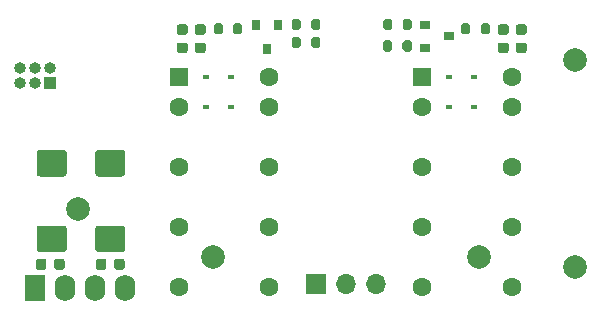
<source format=gbr>
%TF.GenerationSoftware,KiCad,Pcbnew,(5.1.10)-1*%
%TF.CreationDate,2022-01-17T02:00:54+07:00*%
%TF.ProjectId,Fan_controller_v3,46616e5f-636f-46e7-9472-6f6c6c65725f,rev?*%
%TF.SameCoordinates,Original*%
%TF.FileFunction,Soldermask,Bot*%
%TF.FilePolarity,Negative*%
%FSLAX46Y46*%
G04 Gerber Fmt 4.6, Leading zero omitted, Abs format (unit mm)*
G04 Created by KiCad (PCBNEW (5.1.10)-1) date 2022-01-17 02:00:54*
%MOMM*%
%LPD*%
G01*
G04 APERTURE LIST*
%ADD10O,1.000000X1.000000*%
%ADD11R,1.000000X1.000000*%
%ADD12C,2.000000*%
%ADD13R,0.900000X0.800000*%
%ADD14R,0.800000X0.900000*%
%ADD15R,1.600000X1.600000*%
%ADD16C,1.600000*%
%ADD17R,1.700000X1.700000*%
%ADD18O,1.700000X1.700000*%
%ADD19O,1.750000X2.250000*%
%ADD20R,1.750000X2.250000*%
%ADD21R,0.600000X0.450000*%
G04 APERTURE END LIST*
D10*
%TO.C,J2*%
X76251000Y-79680000D03*
X76251000Y-80950000D03*
X77521000Y-79680000D03*
X77521000Y-80950000D03*
X78791000Y-79680000D03*
D11*
X78791000Y-80950000D03*
%TD*%
D12*
%TO.C,C5*%
X115113000Y-95682000D03*
X92613000Y-95682000D03*
%TD*%
%TO.C,R15*%
G36*
G01*
X108617000Y-76272000D02*
X108617000Y-75722000D01*
G75*
G02*
X108817000Y-75522000I200000J0D01*
G01*
X109217000Y-75522000D01*
G75*
G02*
X109417000Y-75722000I0J-200000D01*
G01*
X109417000Y-76272000D01*
G75*
G02*
X109217000Y-76472000I-200000J0D01*
G01*
X108817000Y-76472000D01*
G75*
G02*
X108617000Y-76272000I0J200000D01*
G01*
G37*
G36*
G01*
X106967000Y-76272000D02*
X106967000Y-75722000D01*
G75*
G02*
X107167000Y-75522000I200000J0D01*
G01*
X107567000Y-75522000D01*
G75*
G02*
X107767000Y-75722000I0J-200000D01*
G01*
X107767000Y-76272000D01*
G75*
G02*
X107567000Y-76472000I-200000J0D01*
G01*
X107167000Y-76472000D01*
G75*
G02*
X106967000Y-76272000I0J200000D01*
G01*
G37*
%TD*%
%TO.C,R13*%
G36*
G01*
X108616000Y-78113500D02*
X108616000Y-77563500D01*
G75*
G02*
X108816000Y-77363500I200000J0D01*
G01*
X109216000Y-77363500D01*
G75*
G02*
X109416000Y-77563500I0J-200000D01*
G01*
X109416000Y-78113500D01*
G75*
G02*
X109216000Y-78313500I-200000J0D01*
G01*
X108816000Y-78313500D01*
G75*
G02*
X108616000Y-78113500I0J200000D01*
G01*
G37*
G36*
G01*
X106966000Y-78113500D02*
X106966000Y-77563500D01*
G75*
G02*
X107166000Y-77363500I200000J0D01*
G01*
X107566000Y-77363500D01*
G75*
G02*
X107766000Y-77563500I0J-200000D01*
G01*
X107766000Y-78113500D01*
G75*
G02*
X107566000Y-78313500I-200000J0D01*
G01*
X107166000Y-78313500D01*
G75*
G02*
X106966000Y-78113500I0J200000D01*
G01*
G37*
%TD*%
%TO.C,R3*%
G36*
G01*
X100019000Y-75722000D02*
X100019000Y-76272000D01*
G75*
G02*
X99819000Y-76472000I-200000J0D01*
G01*
X99419000Y-76472000D01*
G75*
G02*
X99219000Y-76272000I0J200000D01*
G01*
X99219000Y-75722000D01*
G75*
G02*
X99419000Y-75522000I200000J0D01*
G01*
X99819000Y-75522000D01*
G75*
G02*
X100019000Y-75722000I0J-200000D01*
G01*
G37*
G36*
G01*
X101669000Y-75722000D02*
X101669000Y-76272000D01*
G75*
G02*
X101469000Y-76472000I-200000J0D01*
G01*
X101069000Y-76472000D01*
G75*
G02*
X100869000Y-76272000I0J200000D01*
G01*
X100869000Y-75722000D01*
G75*
G02*
X101069000Y-75522000I200000J0D01*
G01*
X101469000Y-75522000D01*
G75*
G02*
X101669000Y-75722000I0J-200000D01*
G01*
G37*
%TD*%
%TO.C,R1*%
G36*
G01*
X100869000Y-77796000D02*
X100869000Y-77246000D01*
G75*
G02*
X101069000Y-77046000I200000J0D01*
G01*
X101469000Y-77046000D01*
G75*
G02*
X101669000Y-77246000I0J-200000D01*
G01*
X101669000Y-77796000D01*
G75*
G02*
X101469000Y-77996000I-200000J0D01*
G01*
X101069000Y-77996000D01*
G75*
G02*
X100869000Y-77796000I0J200000D01*
G01*
G37*
G36*
G01*
X99219000Y-77796000D02*
X99219000Y-77246000D01*
G75*
G02*
X99419000Y-77046000I200000J0D01*
G01*
X99819000Y-77046000D01*
G75*
G02*
X100019000Y-77246000I0J-200000D01*
G01*
X100019000Y-77796000D01*
G75*
G02*
X99819000Y-77996000I-200000J0D01*
G01*
X99419000Y-77996000D01*
G75*
G02*
X99219000Y-77796000I0J200000D01*
G01*
G37*
%TD*%
D13*
%TO.C,Q5*%
X112541000Y-77010500D03*
X110541000Y-76060500D03*
X110541000Y-77960500D03*
%TD*%
D14*
%TO.C,Q1*%
X97145000Y-78060500D03*
X98095000Y-76060500D03*
X96195000Y-76060500D03*
%TD*%
D15*
%TO.C,K2*%
X110287000Y-80442000D03*
D16*
X110287000Y-82982000D03*
X110287000Y-88062000D03*
X110287000Y-93142000D03*
X110287000Y-98222000D03*
X117907000Y-98222000D03*
X117907000Y-93142000D03*
X117907000Y-88062000D03*
X117907000Y-82982000D03*
X117907000Y-80442000D03*
%TD*%
D17*
%TO.C,J1*%
X101270000Y-97968000D03*
D18*
X103810000Y-97968000D03*
X106350000Y-97968000D03*
%TD*%
D12*
%TO.C,TP1*%
X81140500Y-91618000D03*
%TD*%
%TO.C,R17*%
G36*
G01*
X115221000Y-76653000D02*
X115221000Y-76103000D01*
G75*
G02*
X115421000Y-75903000I200000J0D01*
G01*
X115821000Y-75903000D01*
G75*
G02*
X116021000Y-76103000I0J-200000D01*
G01*
X116021000Y-76653000D01*
G75*
G02*
X115821000Y-76853000I-200000J0D01*
G01*
X115421000Y-76853000D01*
G75*
G02*
X115221000Y-76653000I0J200000D01*
G01*
G37*
G36*
G01*
X113571000Y-76653000D02*
X113571000Y-76103000D01*
G75*
G02*
X113771000Y-75903000I200000J0D01*
G01*
X114171000Y-75903000D01*
G75*
G02*
X114371000Y-76103000I0J-200000D01*
G01*
X114371000Y-76653000D01*
G75*
G02*
X114171000Y-76853000I-200000J0D01*
G01*
X113771000Y-76853000D01*
G75*
G02*
X113571000Y-76653000I0J200000D01*
G01*
G37*
%TD*%
%TO.C,R5*%
G36*
G01*
X93415000Y-76103000D02*
X93415000Y-76653000D01*
G75*
G02*
X93215000Y-76853000I-200000J0D01*
G01*
X92815000Y-76853000D01*
G75*
G02*
X92615000Y-76653000I0J200000D01*
G01*
X92615000Y-76103000D01*
G75*
G02*
X92815000Y-75903000I200000J0D01*
G01*
X93215000Y-75903000D01*
G75*
G02*
X93415000Y-76103000I0J-200000D01*
G01*
G37*
G36*
G01*
X95065000Y-76103000D02*
X95065000Y-76653000D01*
G75*
G02*
X94865000Y-76853000I-200000J0D01*
G01*
X94465000Y-76853000D01*
G75*
G02*
X94265000Y-76653000I0J200000D01*
G01*
X94265000Y-76103000D01*
G75*
G02*
X94465000Y-75903000I200000J0D01*
G01*
X94865000Y-75903000D01*
G75*
G02*
X95065000Y-76103000I0J-200000D01*
G01*
G37*
%TD*%
D19*
%TO.C,PS1*%
X85141000Y-98349000D03*
X82601000Y-98349000D03*
X80061000Y-98349000D03*
D20*
X77521000Y-98349000D03*
%TD*%
D16*
%TO.C,K1*%
X97333000Y-80442000D03*
X97333000Y-82982000D03*
X97333000Y-88062000D03*
X97333000Y-93142000D03*
X97333000Y-98222000D03*
X89713000Y-98222000D03*
X89713000Y-93142000D03*
X89713000Y-88062000D03*
X89713000Y-82982000D03*
D15*
X89713000Y-80442000D03*
%TD*%
D21*
%TO.C,D4*%
X114673000Y-82982000D03*
X112573000Y-82982000D03*
%TD*%
%TO.C,D3*%
X114673000Y-80442000D03*
X112573000Y-80442000D03*
%TD*%
%TO.C,D2*%
X94099000Y-82982000D03*
X91999000Y-82982000D03*
%TD*%
%TO.C,D1*%
X94099000Y-80442000D03*
X91999000Y-80442000D03*
%TD*%
%TO.C,C9*%
G36*
G01*
X84896001Y-88883000D02*
X82845999Y-88883000D01*
G75*
G02*
X82596000Y-88633001I0J249999D01*
G01*
X82596000Y-86882999D01*
G75*
G02*
X82845999Y-86633000I249999J0D01*
G01*
X84896001Y-86633000D01*
G75*
G02*
X85146000Y-86882999I0J-249999D01*
G01*
X85146000Y-88633001D01*
G75*
G02*
X84896001Y-88883000I-249999J0D01*
G01*
G37*
G36*
G01*
X84896001Y-95283000D02*
X82845999Y-95283000D01*
G75*
G02*
X82596000Y-95033001I0J249999D01*
G01*
X82596000Y-93282999D01*
G75*
G02*
X82845999Y-93033000I249999J0D01*
G01*
X84896001Y-93033000D01*
G75*
G02*
X85146000Y-93282999I0J-249999D01*
G01*
X85146000Y-95033001D01*
G75*
G02*
X84896001Y-95283000I-249999J0D01*
G01*
G37*
%TD*%
D12*
%TO.C,C7*%
X123241000Y-96545000D03*
X123241000Y-79045000D03*
%TD*%
%TO.C,C6*%
G36*
G01*
X84196000Y-96567000D02*
X84196000Y-96067000D01*
G75*
G02*
X84421000Y-95842000I225000J0D01*
G01*
X84871000Y-95842000D01*
G75*
G02*
X85096000Y-96067000I0J-225000D01*
G01*
X85096000Y-96567000D01*
G75*
G02*
X84871000Y-96792000I-225000J0D01*
G01*
X84421000Y-96792000D01*
G75*
G02*
X84196000Y-96567000I0J225000D01*
G01*
G37*
G36*
G01*
X82646000Y-96567000D02*
X82646000Y-96067000D01*
G75*
G02*
X82871000Y-95842000I225000J0D01*
G01*
X83321000Y-95842000D01*
G75*
G02*
X83546000Y-96067000I0J-225000D01*
G01*
X83546000Y-96567000D01*
G75*
G02*
X83321000Y-96792000I-225000J0D01*
G01*
X82871000Y-96792000D01*
G75*
G02*
X82646000Y-96567000I0J225000D01*
G01*
G37*
%TD*%
%TO.C,C2*%
G36*
G01*
X79116000Y-96567000D02*
X79116000Y-96067000D01*
G75*
G02*
X79341000Y-95842000I225000J0D01*
G01*
X79791000Y-95842000D01*
G75*
G02*
X80016000Y-96067000I0J-225000D01*
G01*
X80016000Y-96567000D01*
G75*
G02*
X79791000Y-96792000I-225000J0D01*
G01*
X79341000Y-96792000D01*
G75*
G02*
X79116000Y-96567000I0J225000D01*
G01*
G37*
G36*
G01*
X77566000Y-96567000D02*
X77566000Y-96067000D01*
G75*
G02*
X77791000Y-95842000I225000J0D01*
G01*
X78241000Y-95842000D01*
G75*
G02*
X78466000Y-96067000I0J-225000D01*
G01*
X78466000Y-96567000D01*
G75*
G02*
X78241000Y-96792000I-225000J0D01*
G01*
X77791000Y-96792000D01*
G75*
G02*
X77566000Y-96567000I0J225000D01*
G01*
G37*
%TD*%
%TO.C,C1*%
G36*
G01*
X79943001Y-88883000D02*
X77892999Y-88883000D01*
G75*
G02*
X77643000Y-88633001I0J249999D01*
G01*
X77643000Y-86882999D01*
G75*
G02*
X77892999Y-86633000I249999J0D01*
G01*
X79943001Y-86633000D01*
G75*
G02*
X80193000Y-86882999I0J-249999D01*
G01*
X80193000Y-88633001D01*
G75*
G02*
X79943001Y-88883000I-249999J0D01*
G01*
G37*
G36*
G01*
X79943001Y-95283000D02*
X77892999Y-95283000D01*
G75*
G02*
X77643000Y-95033001I0J249999D01*
G01*
X77643000Y-93282999D01*
G75*
G02*
X77892999Y-93033000I249999J0D01*
G01*
X79943001Y-93033000D01*
G75*
G02*
X80193000Y-93282999I0J-249999D01*
G01*
X80193000Y-95033001D01*
G75*
G02*
X79943001Y-95283000I-249999J0D01*
G01*
G37*
%TD*%
%TO.C,C12*%
G36*
G01*
X116895000Y-77541500D02*
X117395000Y-77541500D01*
G75*
G02*
X117620000Y-77766500I0J-225000D01*
G01*
X117620000Y-78216500D01*
G75*
G02*
X117395000Y-78441500I-225000J0D01*
G01*
X116895000Y-78441500D01*
G75*
G02*
X116670000Y-78216500I0J225000D01*
G01*
X116670000Y-77766500D01*
G75*
G02*
X116895000Y-77541500I225000J0D01*
G01*
G37*
G36*
G01*
X116895000Y-75991500D02*
X117395000Y-75991500D01*
G75*
G02*
X117620000Y-76216500I0J-225000D01*
G01*
X117620000Y-76666500D01*
G75*
G02*
X117395000Y-76891500I-225000J0D01*
G01*
X116895000Y-76891500D01*
G75*
G02*
X116670000Y-76666500I0J225000D01*
G01*
X116670000Y-76216500D01*
G75*
G02*
X116895000Y-75991500I225000J0D01*
G01*
G37*
%TD*%
%TO.C,C11*%
G36*
G01*
X118419000Y-77541500D02*
X118919000Y-77541500D01*
G75*
G02*
X119144000Y-77766500I0J-225000D01*
G01*
X119144000Y-78216500D01*
G75*
G02*
X118919000Y-78441500I-225000J0D01*
G01*
X118419000Y-78441500D01*
G75*
G02*
X118194000Y-78216500I0J225000D01*
G01*
X118194000Y-77766500D01*
G75*
G02*
X118419000Y-77541500I225000J0D01*
G01*
G37*
G36*
G01*
X118419000Y-75991500D02*
X118919000Y-75991500D01*
G75*
G02*
X119144000Y-76216500I0J-225000D01*
G01*
X119144000Y-76666500D01*
G75*
G02*
X118919000Y-76891500I-225000J0D01*
G01*
X118419000Y-76891500D01*
G75*
G02*
X118194000Y-76666500I0J225000D01*
G01*
X118194000Y-76216500D01*
G75*
G02*
X118419000Y-75991500I225000J0D01*
G01*
G37*
%TD*%
%TO.C,C4*%
G36*
G01*
X89717000Y-77541500D02*
X90217000Y-77541500D01*
G75*
G02*
X90442000Y-77766500I0J-225000D01*
G01*
X90442000Y-78216500D01*
G75*
G02*
X90217000Y-78441500I-225000J0D01*
G01*
X89717000Y-78441500D01*
G75*
G02*
X89492000Y-78216500I0J225000D01*
G01*
X89492000Y-77766500D01*
G75*
G02*
X89717000Y-77541500I225000J0D01*
G01*
G37*
G36*
G01*
X89717000Y-75991500D02*
X90217000Y-75991500D01*
G75*
G02*
X90442000Y-76216500I0J-225000D01*
G01*
X90442000Y-76666500D01*
G75*
G02*
X90217000Y-76891500I-225000J0D01*
G01*
X89717000Y-76891500D01*
G75*
G02*
X89492000Y-76666500I0J225000D01*
G01*
X89492000Y-76216500D01*
G75*
G02*
X89717000Y-75991500I225000J0D01*
G01*
G37*
%TD*%
%TO.C,C3*%
G36*
G01*
X91241000Y-77541500D02*
X91741000Y-77541500D01*
G75*
G02*
X91966000Y-77766500I0J-225000D01*
G01*
X91966000Y-78216500D01*
G75*
G02*
X91741000Y-78441500I-225000J0D01*
G01*
X91241000Y-78441500D01*
G75*
G02*
X91016000Y-78216500I0J225000D01*
G01*
X91016000Y-77766500D01*
G75*
G02*
X91241000Y-77541500I225000J0D01*
G01*
G37*
G36*
G01*
X91241000Y-75991500D02*
X91741000Y-75991500D01*
G75*
G02*
X91966000Y-76216500I0J-225000D01*
G01*
X91966000Y-76666500D01*
G75*
G02*
X91741000Y-76891500I-225000J0D01*
G01*
X91241000Y-76891500D01*
G75*
G02*
X91016000Y-76666500I0J225000D01*
G01*
X91016000Y-76216500D01*
G75*
G02*
X91241000Y-75991500I225000J0D01*
G01*
G37*
%TD*%
M02*

</source>
